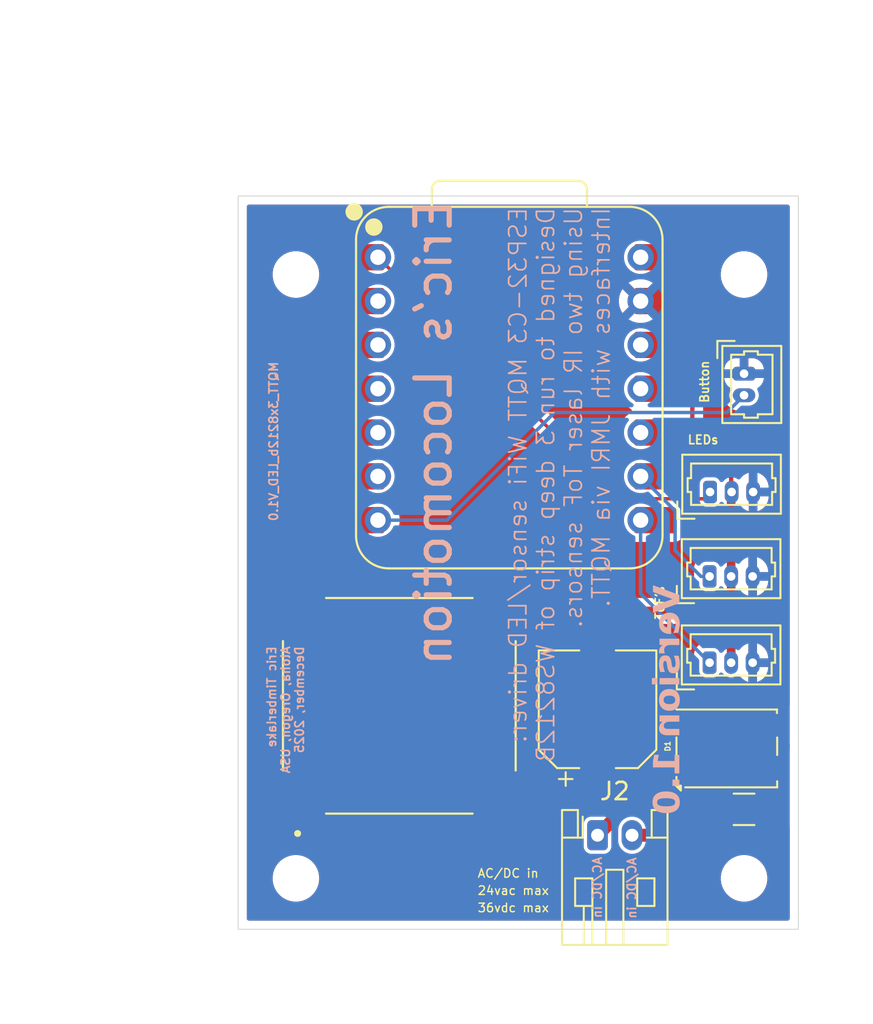
<source format=kicad_pcb>
(kicad_pcb (version 20241229) (generator "pcbnew") (generator_version "9.0")
  (title_block (title "Switch Motor Driver and Direction Sensor") (date "2025-09-07") (rev "3.0"))
  (layers (0 "F.Cu" signal) (2 "B.Cu" signal) (13 "F.Paste" user) (15 "B.Paste" user) (5 "F.SilkS" user "F.Silkscreen") (7 "B.SilkS" user "B.Silkscreen") (1 "F.Mask" user) (3 "B.Mask" user) (25 "Edge.Cuts" user))
  (net 0 "")
  (net 1 "GND")
  (net 2 "+5V")
  (net 3 "LED data")
  (net 4 "AC1")
  (net 5 "RAWDC")
  (net 6 "PAC1")
  (net 7 "AC2")
  (net 8 "3.3v")
  (net 22 "Net-(J5-Pin_2)")
  (net 23 "TOF1")
  (net 25 "TOF2")
  (footprint "Connector_Molex:Molex_PicoBlade_53047-0310_1x03_P1.25mm_Vertical" (layer "F.Cu") (at 186.5 70.5)
    (property "Reference" "J3" (hide yes))
    (property "Value" "Conn_01x03" (hide yes))
    (fp_line (start -1.9 1.55) (end -1.9 0.55) (stroke (width 0.12)) (layer "F.SilkS"))
    (fp_line (start -1.9 1.55) (end -0.9 1.55) (stroke (width 0.12)) (layer "F.SilkS"))
    (fp_line (start -1.61 -2.16) (end -1.61 1.26) (stroke (width 0.12)) (layer "F.SilkS"))
    (fp_line (start -1.61 1.26) (end 4.11 1.26) (stroke (width 0.12)) (layer "F.SilkS"))
    (fp_line (start -1.3 -0.8) (end -1.1 -0.8) (stroke (width 0.12)) (layer "F.SilkS"))
    (fp_line (start -1.3 0) (end -1.3 -0.8) (stroke (width 0.12)) (layer "F.SilkS"))
    (fp_line (start -1.1 -1.65) (end 1.25 -1.65) (stroke (width 0.12)) (layer "F.SilkS"))
    (fp_line (start -1.1 -0.8) (end -1.1 -1.65) (stroke (width 0.12)) (layer "F.SilkS"))
    (fp_line (start -1.1 0) (end -1.3 0) (stroke (width 0.12)) (layer "F.SilkS"))
    (fp_line (start -1.1 0.75) (end -1.1 0) (stroke (width 0.12)) (layer "F.SilkS"))
    (fp_line (start 1.25 0.75) (end -1.1 0.75) (stroke (width 0.12)) (layer "F.SilkS"))
    (fp_line (start 1.25 0.75) (end 3.6 0.75) (stroke (width 0.12)) (layer "F.SilkS"))
    (fp_line (start 3.6 -1.65) (end 1.25 -1.65) (stroke (width 0.12)) (layer "F.SilkS"))
    (fp_line (start 3.6 -0.8) (end 3.6 -1.65) (stroke (width 0.12)) (layer "F.SilkS"))
    (fp_line (start 3.6 0) (end 3.8 0) (stroke (width 0.12)) (layer "F.SilkS"))
    (fp_line (start 3.6 0.75) (end 3.6 0) (stroke (width 0.12)) (layer "F.SilkS"))
    (fp_line (start 3.8 -0.8) (end 3.6 -0.8) (stroke (width 0.12)) (layer "F.SilkS"))
    (fp_line (start 3.8 0) (end 3.8 -0.8) (stroke (width 0.12)) (layer "F.SilkS"))
    (fp_line (start 4.11 -2.16) (end -1.61 -2.16) (stroke (width 0.12)) (layer "F.SilkS"))
    (fp_line (start 4.11 1.26) (end 4.11 -2.16) (stroke (width 0.12)) (layer "F.SilkS"))
    (pad "1" thru_hole roundrect (at 0 0) (size 0.8 1.3) (drill 0.5) (layers "*.Cu" "*.Mask") (net 25 "TOF2"))
    (pad "2" thru_hole oval (at 1.25 0) (size 0.8 1.3) (drill 0.5) (layers "*.Cu" "*.Mask") (net 2 "+5V"))
    (pad "3" thru_hole oval (at 2.5 0) (size 0.8 1.3) (drill 0.5) (layers "*.Cu" "*.Mask") (net 1 "GND"))
  )
  (footprint "Connector_Molex:Molex_PicoBlade_53047-0210_1x02_P1.25mm_Vertical" (layer "F.Cu") (at 188.5 58.75 -90)
    (property "Reference" "J5" (hide yes))
    (property "Value" "Conn_01x02" (hide yes))
    (fp_line (start -1.9 1.55) (end -0.9 1.55) (stroke (width 0.12)) (layer "F.SilkS"))
    (fp_line (start -1.9 1.55) (end -1.9 0.55) (stroke (width 0.12)) (layer "F.SilkS"))
    (fp_line (start -1.61 1.26) (end 2.86 1.26) (stroke (width 0.12)) (layer "F.SilkS"))
    (fp_line (start 2.86 1.26) (end 2.86 -2.16) (stroke (width 0.12)) (layer "F.SilkS"))
    (fp_line (start -1.1 0.75) (end -1.1 0) (stroke (width 0.12)) (layer "F.SilkS"))
    (fp_line (start 0.625 0.75) (end -1.1 0.75) (stroke (width 0.12)) (layer "F.SilkS"))
    (fp_line (start 0.625 0.75) (end 2.35 0.75) (stroke (width 0.12)) (layer "F.SilkS"))
    (fp_line (start 2.35 0.75) (end 2.35 0) (stroke (width 0.12)) (layer "F.SilkS"))
    (fp_line (start -1.3 0) (end -1.3 -0.8) (stroke (width 0.12)) (layer "F.SilkS"))
    (fp_line (start -1.1 0) (end -1.3 0) (stroke (width 0.12)) (layer "F.SilkS"))
    (fp_line (start 2.35 0) (end 2.55 0) (stroke (width 0.12)) (layer "F.SilkS"))
    (fp_line (start 2.55 0) (end 2.55 -0.8) (stroke (width 0.12)) (layer "F.SilkS"))
    (fp_line (start -1.3 -0.8) (end -1.1 -0.8) (stroke (width 0.12)) (layer "F.SilkS"))
    (fp_line (start -1.1 -0.8) (end -1.1 -1.65) (stroke (width 0.12)) (layer "F.SilkS"))
    (fp_line (start 2.35 -0.8) (end 2.35 -1.65) (stroke (width 0.12)) (layer "F.SilkS"))
    (fp_line (start 2.55 -0.8) (end 2.35 -0.8) (stroke (width 0.12)) (layer "F.SilkS"))
    (fp_line (start -1.1 -1.65) (end 0.625 -1.65) (stroke (width 0.12)) (layer "F.SilkS"))
    (fp_line (start 2.35 -1.65) (end 0.625 -1.65) (stroke (width 0.12)) (layer "F.SilkS"))
    (fp_line (start -1.61 -2.16) (end -1.61 1.26) (stroke (width 0.12)) (layer "F.SilkS"))
    (fp_line (start 2.86 -2.16) (end -1.61 -2.16) (stroke (width 0.12)) (layer "F.SilkS"))
    (pad "1" thru_hole roundrect (at 0 0 270) (size 0.8 1.3) (drill 0.5) (layers "*.Cu" "*.Mask") (net 1 "GND"))
    (pad "2" thru_hole oval (at 1.25 0 270) (size 0.8 1.3) (drill 0.5) (layers "*.Cu" "*.Mask") (net 22 "Net-(J5-Pin_2)"))
  )
  (footprint "Fuse:Fuse_1206_3216Metric" (layer "F.Cu") (at 188.5 84 180)
    (property "Reference" "F2" (hide yes))
    (property "Value" "250 ma poly fuse" (hide yes))
    (fp_line (start -0.602064 0.91) (end 0.602064 0.91) (stroke (width 0.12)) (layer "F.SilkS"))
    (fp_line (start -0.602064 -0.91) (end 0.602064 -0.91) (stroke (width 0.12)) (layer "F.SilkS"))
    (pad "1" smd roundrect (at -1.4 0 180) (size 1.25 1.75) (layers "F.Cu" "F.Mask" "F.Paste") (roundrect_rratio 0.2) (net 6 "PAC1"))
    (pad "2" smd roundrect (at 1.4 0 180) (size 1.25 1.75) (layers "F.Cu" "F.Mask" "F.Paste") (roundrect_rratio 0.2) (net 4 "AC1"))
  )
  (footprint "Capacitor_SMD:CP_Elec_6.3x5.2" (layer "F.Cu") (at 180 78.2 90)
    (property "Reference" "C1" (hide yes))
    (property "Value" "10uf @40v")
    (fp_line (start 3.41 -3.41) (end 3.41 -1.06) (stroke (width 0.12)) (layer "F.SilkS"))
    (fp_line (start -2.345563 -3.41) (end 3.41 -3.41) (stroke (width 0.12)) (layer "F.SilkS"))
    (fp_line (start -3.41 -2.345563) (end -2.345563 -3.41) (stroke (width 0.12)) (layer "F.SilkS"))
    (fp_line (start -3.41 -2.345563) (end -3.41 -1.06) (stroke (width 0.12)) (layer "F.SilkS"))
    (fp_line (start -4.04375 -2.24125) (end -4.04375 -1.45375) (stroke (width 0.12)) (layer "F.SilkS"))
    (fp_line (start -4.4375 -1.8475) (end -3.65 -1.8475) (stroke (width 0.12)) (layer "F.SilkS"))
    (fp_line (start -3.41 2.345563) (end -3.41 1.06) (stroke (width 0.12)) (layer "F.SilkS"))
    (fp_line (start -3.41 2.345563) (end -2.345563 3.41) (stroke (width 0.12)) (layer "F.SilkS"))
    (fp_line (start 3.41 3.41) (end 3.41 1.06) (stroke (width 0.12)) (layer "F.SilkS"))
    (fp_line (start -2.345563 3.41) (end 3.41 3.41) (stroke (width 0.12)) (layer "F.SilkS"))
    (pad "1" smd roundrect (at -2.8 0 90) (size 3.5 1.6) (layers "F.Cu" "F.Mask" "F.Paste") (roundrect_rratio 0.15625) (net 5 "RAWDC"))
    (pad "2" smd roundrect (at 2.8 0 90) (size 3.5 1.6) (layers "F.Cu" "F.Mask" "F.Paste") (roundrect_rratio 0.15625) (net 1 "GND"))
  )
  (footprint "PXO7805B_500_M_TR:VREG_PXO7805B-500-M-TR" (layer "F.Cu") (at 168.5 78 90)
    (property "Reference" "PS1" (hide yes))
    (property "Value" "PXO7805B-500-M-TR")
    (fp_line (start -3.75 -6.75) (end 3.75 -6.75) (stroke (width 0.127)) (layer "F.SilkS"))
    (fp_line (start 6.25 -4.25) (end 6.25 4.25) (stroke (width 0.127)) (layer "F.SilkS"))
    (fp_line (start -6.25 -4.25) (end -6.25 4.25) (stroke (width 0.127)) (layer "F.SilkS"))
    (fp_line (start -3.75 6.75) (end 3.75 6.75) (stroke (width 0.127)) (layer "F.SilkS"))
    (fp_circle (center -7.4 -5.9) (end -7.3 -5.9) (stroke (width 0.2)) (fill no) (layer "F.SilkS"))
    (pad "1" smd rect (at -5.5 -6 90) (size 2.5 2.5) (layers "F.Cu" "F.Mask" "F.Paste") (net 5 "RAWDC"))
    (pad "2" smd rect (at 5.5 -6 90) (size 2.5 2.5) (layers "F.Cu" "F.Mask" "F.Paste") (net 1 "GND"))
    (pad "3" smd rect (at 5.5 6 90) (size 2.5 2.5) (layers "F.Cu" "F.Mask" "F.Paste") (net 2 "+5V"))
    (pad "4" smd rect (at -5.5 6 90) (size 2.5 2.5) (layers "F.Cu" "F.Mask" "F.Paste"))
  )
  (footprint "Diode_SMD:Diode_Bridge_Bourns_-CD-HD0x" (layer "F.Cu") (at 190.675 78.5645 90)
    (property "Reference" "D1" (at -1.778 -6.604 90) (layer "F.SilkS") (effects (font (size 0.3 0.3) (thickness 0.075) (bold yes))))
    (property "Value" "CD-HD01" (hide yes))
    (fp_line (start 0.350097 -6.096) (end 0.350097 -0.254) (stroke (width 0.12)) (layer "F.SilkS"))
    (fp_line (start -2.286 -6.096) (end -1.27 -6.096) (stroke (width 0.12)) (layer "F.SilkS"))
    (fp_line (start -3.81 -6.096) (end -3.556 -6.096) (stroke (width 0.12)) (layer "F.SilkS"))
    (fp_line (start -4.16 -5.588) (end -4.16 -0.254) (stroke (width 0.12)) (layer "F.SilkS"))
    (fp_line (start 0.144204 -0.267175) (end 0.357233 -0.267175) (stroke (width 0.12)) (layer "F.SilkS"))
    (fp_line (start -2.286 -0.254) (end -1.27 -0.254) (stroke (width 0.12)) (layer "F.SilkS"))
    (fp_line (start -4.16 -0.254) (end -3.81 -0.254) (stroke (width 0.12)) (layer "F.SilkS"))
    (fp_poly (pts (xy -4.064 -5.842) (xy -4.344 -5.842) (xy -4.064 -6.122) (xy -4.064 -5.842)) (stroke (width 0.12)) (fill yes) (layer "F.SilkS"))
    (pad "1" smd rect (at -3.048 -6.096 90) (size 1 1.2) (layers "F.Cu" "F.Mask" "F.Paste") (net 5 "RAWDC"))
    (pad "2" smd rect (at -0.508 -6.096 90) (size 1 1.2) (layers "F.Cu" "F.Mask" "F.Paste") (net 1 "GND"))
    (pad "3" smd rect (at -0.508 -0.254 90) (size 1 1.2) (layers "F.Cu" "F.Mask" "F.Paste") (net 7 "AC2"))
    (pad "4" smd rect (at -3.028 -0.254 90) (size 1 1.2) (layers "F.Cu" "F.Mask" "F.Paste") (net 6 "PAC1"))
  )
  (footprint "MountingHole:MountingHole_2.2mm_M2" (layer "F.Cu") (at 188.5 88)
    (property "Reference" "H3" (hide yes))
    (property "Value" "MountingHole" (hide yes))
    (pad "" np_thru_hole circle (at 0 0) (size 2.2 2.2) (drill 2.2) (layers "*.Cu" "*.Mask"))
  )
  (footprint "Connector_JST:JST_PH_S2B-PH-K_1x02_P2.00mm_Horizontal" (layer "F.Cu") (at 180 85.5)
    (property "Reference" "J2" (at 1 -2.55 0) (layer "F.SilkS"))
    (property "Value" "Conn_01x02_Socket" (hide yes))
    (fp_line (start -2.06 -1.46) (end -2.06 6.36) (stroke (width 0.12)) (layer "F.SilkS"))
    (fp_line (start -2.06 0.14) (end -1.14 0.14) (stroke (width 0.12)) (layer "F.SilkS"))
    (fp_line (start -2.06 6.36) (end 4.06 6.36) (stroke (width 0.12)) (layer "F.SilkS"))
    (fp_line (start -1.3 2.5) (end -1.3 4.1) (stroke (width 0.12)) (layer "F.SilkS"))
    (fp_line (start -1.3 4.1) (end -0.3 4.1) (stroke (width 0.12)) (layer "F.SilkS"))
    (fp_line (start -1.14 -1.46) (end -2.06 -1.46) (stroke (width 0.12)) (layer "F.SilkS"))
    (fp_line (start -1.14 0.14) (end -1.14 -1.46) (stroke (width 0.12)) (layer "F.SilkS"))
    (fp_line (start -0.86 0.14) (end -1.14 0.14) (stroke (width 0.12)) (layer "F.SilkS"))
    (fp_line (start -0.86 0.14) (end -0.86 -1.075) (stroke (width 0.12)) (layer "F.SilkS"))
    (fp_line (start -0.8 4.1) (end -0.8 6.36) (stroke (width 0.12)) (layer "F.SilkS"))
    (fp_line (start -0.3 2.5) (end -1.3 2.5) (stroke (width 0.12)) (layer "F.SilkS"))
    (fp_line (start -0.3 4.1) (end -0.3 2.5) (stroke (width 0.12)) (layer "F.SilkS"))
    (fp_line (start -0.3 4.1) (end -0.3 6.36) (stroke (width 0.12)) (layer "F.SilkS"))
    (fp_line (start 0.5 2) (end 1.5 2) (stroke (width 0.12)) (layer "F.SilkS"))
    (fp_line (start 0.5 6.36) (end 0.5 2) (stroke (width 0.12)) (layer "F.SilkS"))
    (fp_line (start 1.5 2) (end 1.5 6.36) (stroke (width 0.12)) (layer "F.SilkS"))
    (fp_line (start 2.3 2.5) (end 3.3 2.5) (stroke (width 0.12)) (layer "F.SilkS"))
    (fp_line (start 2.3 4.1) (end 2.3 2.5) (stroke (width 0.12)) (layer "F.SilkS"))
    (fp_line (start 3.14 -1.46) (end 3.14 0.14) (stroke (width 0.12)) (layer "F.SilkS"))
    (fp_line (start 3.14 0.14) (end 2.86 0.14) (stroke (width 0.12)) (layer "F.SilkS"))
    (fp_line (start 3.3 2.5) (end 3.3 4.1) (stroke (width 0.12)) (layer "F.SilkS"))
    (fp_line (start 3.3 4.1) (end 2.3 4.1) (stroke (width 0.12)) (layer "F.SilkS"))
    (fp_line (start 4.06 -1.46) (end 3.14 -1.46) (stroke (width 0.12)) (layer "F.SilkS"))
    (fp_line (start 4.06 0.14) (end 3.14 0.14) (stroke (width 0.12)) (layer "F.SilkS"))
    (fp_line (start 4.06 6.36) (end 4.06 -1.46) (stroke (width 0.12)) (layer "F.SilkS"))
    (pad "1" thru_hole roundrect (at 0 0) (size 1.2 1.75) (drill 0.75) (layers "*.Cu" "*.Mask") (roundrect_rratio 0.208333) (net 7 "AC2"))
    (pad "2" thru_hole oval (at 2 0) (size 1.2 1.75) (drill 0.75) (layers "*.Cu" "*.Mask") (net 4 "AC1"))
  )
  (footprint "Connector_Molex:Molex_PicoBlade_53047-0310_1x03_P1.25mm_Vertical" (layer "F.Cu") (at 186.526862 65.605109)
    (property "Reference" "J4" (hide yes))
    (property "Value" "Conn_01x03" (hide yes))
    (fp_line (start -1.9 1.55) (end -1.9 0.55) (stroke (width 0.12)) (layer "F.SilkS"))
    (fp_line (start -1.9 1.55) (end -0.9 1.55) (stroke (width 0.12)) (layer "F.SilkS"))
    (fp_line (start -1.61 -2.16) (end -1.61 1.26) (stroke (width 0.12)) (layer "F.SilkS"))
    (fp_line (start -1.61 1.26) (end 4.11 1.26) (stroke (width 0.12)) (layer "F.SilkS"))
    (fp_line (start -1.3 -0.8) (end -1.1 -0.8) (stroke (width 0.12)) (layer "F.SilkS"))
    (fp_line (start -1.3 0) (end -1.3 -0.8) (stroke (width 0.12)) (layer "F.SilkS"))
    (fp_line (start -1.1 -1.65) (end 1.25 -1.65) (stroke (width 0.12)) (layer "F.SilkS"))
    (fp_line (start -1.1 -0.8) (end -1.1 -1.65) (stroke (width 0.12)) (layer "F.SilkS"))
    (fp_line (start -1.1 0) (end -1.3 0) (stroke (width 0.12)) (layer "F.SilkS"))
    (fp_line (start -1.1 0.75) (end -1.1 0) (stroke (width 0.12)) (layer "F.SilkS"))
    (fp_line (start 1.25 0.75) (end -1.1 0.75) (stroke (width 0.12)) (layer "F.SilkS"))
    (fp_line (start 1.25 0.75) (end 3.6 0.75) (stroke (width 0.12)) (layer "F.SilkS"))
    (fp_line (start 3.6 -1.65) (end 1.25 -1.65) (stroke (width 0.12)) (layer "F.SilkS"))
    (fp_line (start 3.6 -0.8) (end 3.6 -1.65) (stroke (width 0.12)) (layer "F.SilkS"))
    (fp_line (start 3.6 0) (end 3.8 0) (stroke (width 0.12)) (layer "F.SilkS"))
    (fp_line (start 3.6 0.75) (end 3.6 0) (stroke (width 0.12)) (layer "F.SilkS"))
    (fp_line (start 3.8 -0.8) (end 3.6 -0.8) (stroke (width 0.12)) (layer "F.SilkS"))
    (fp_line (start 3.8 0) (end 3.8 -0.8) (stroke (width 0.12)) (layer "F.SilkS"))
    (fp_line (start 4.11 -2.16) (end -1.61 -2.16) (stroke (width 0.12)) (layer "F.SilkS"))
    (fp_line (start 4.11 1.26) (end 4.11 -2.16) (stroke (width 0.12)) (layer "F.SilkS"))
    (pad "1" thru_hole roundrect (at 0 0) (size 0.8 1.3) (drill 0.5) (layers "*.Cu" "*.Mask") (net 3 "LED data"))
    (pad "2" thru_hole oval (at 1.25 0) (size 0.8 1.3) (drill 0.5) (layers "*.Cu" "*.Mask") (net 2 "+5V"))
    (pad "3" thru_hole oval (at 2.5 0) (size 0.8 1.3) (drill 0.5) (layers "*.Cu" "*.Mask") (net 1 "GND"))
  )
  (footprint "MountingHole:MountingHole_2.2mm_M2" (layer "F.Cu") (at 162.5 53)
    (property "Reference" "H1" (hide yes))
    (property "Value" "MountingHole" (hide yes))
    (pad "" np_thru_hole circle (at 0 0) (size 2.2 2.2) (drill 2.2) (layers "*.Cu" "*.Mask"))
  )
  (footprint "Connector_Molex:Molex_PicoBlade_53047-0310_1x03_P1.25mm_Vertical" (layer "F.Cu") (at 186.5 75.5)
    (property "Reference" "J1" (hide yes))
    (property "Value" "Conn_01x03" (hide yes))
    (fp_line (start -1.9 1.55) (end -1.9 0.55) (stroke (width 0.12)) (layer "F.SilkS"))
    (fp_line (start -1.9 1.55) (end -0.9 1.55) (stroke (width 0.12)) (layer "F.SilkS"))
    (fp_line (start -1.61 -2.16) (end -1.61 1.26) (stroke (width 0.12)) (layer "F.SilkS"))
    (fp_line (start -1.61 1.26) (end 4.11 1.26) (stroke (width 0.12)) (layer "F.SilkS"))
    (fp_line (start -1.3 -0.8) (end -1.1 -0.8) (stroke (width 0.12)) (layer "F.SilkS"))
    (fp_line (start -1.3 0) (end -1.3 -0.8) (stroke (width 0.12)) (layer "F.SilkS"))
    (fp_line (start -1.1 -1.65) (end 1.25 -1.65) (stroke (width 0.12)) (layer "F.SilkS"))
    (fp_line (start -1.1 -0.8) (end -1.1 -1.65) (stroke (width 0.12)) (layer "F.SilkS"))
    (fp_line (start -1.1 0) (end -1.3 0) (stroke (width 0.12)) (layer "F.SilkS"))
    (fp_line (start -1.1 0.75) (end -1.1 0) (stroke (width 0.12)) (layer "F.SilkS"))
    (fp_line (start 1.25 0.75) (end -1.1 0.75) (stroke (width 0.12)) (layer "F.SilkS"))
    (fp_line (start 1.25 0.75) (end 3.6 0.75) (stroke (width 0.12)) (layer "F.SilkS"))
    (fp_line (start 3.6 -1.65) (end 1.25 -1.65) (stroke (width 0.12)) (layer "F.SilkS"))
    (fp_line (start 3.6 -0.8) (end 3.6 -1.65) (stroke (width 0.12)) (layer "F.SilkS"))
    (fp_line (start 3.6 0) (end 3.8 0) (stroke (width 0.12)) (layer "F.SilkS"))
    (fp_line (start 3.6 0.75) (end 3.6 0) (stroke (width 0.12)) (layer "F.SilkS"))
    (fp_line (start 3.8 -0.8) (end 3.6 -0.8) (stroke (width 0.12)) (layer "F.SilkS"))
    (fp_line (start 3.8 0) (end 3.8 -0.8) (stroke (width 0.12)) (layer "F.SilkS"))
    (fp_line (start 4.11 -2.16) (end -1.61 -2.16) (stroke (width 0.12)) (layer "F.SilkS"))
    (fp_line (start 4.11 1.26) (end 4.11 -2.16) (stroke (width 0.12)) (layer "F.SilkS"))
    (pad "1" thru_hole roundrect (at 0 0) (size 0.8 1.3) (drill 0.5) (layers "*.Cu" "*.Mask") (net 23 "TOF1"))
    (pad "2" thru_hole oval (at 1.25 0) (size 0.8 1.3) (drill 0.5) (layers "*.Cu" "*.Mask") (net 2 "+5V"))
    (pad "3" thru_hole oval (at 2.5 0) (size 0.8 1.3) (drill 0.5) (layers "*.Cu" "*.Mask") (net 1 "GND"))
  )
  (footprint "MountingHole:MountingHole_2.2mm_M2" (layer "F.Cu") (at 188.5 53)
    (property "Reference" "H2" (hide yes))
    (property "Value" "MountingHole" (hide yes))
    (pad "" np_thru_hole circle (at 0 0) (size 2.2 2.2) (drill 2.2) (layers "*.Cu" "*.Mask"))
  )
  (footprint "Seeed Studio XIAO Series Library:XIAO-ESP32C3-DIP" (layer "F.Cu") (at 175 59.62)
    (property "Reference" "U3" (hide yes))
    (property "Value" "XIAO-ESP32-C3-DIP")
    (fp_line (start -9.01 8.509) (end -9.01 -8.636) (stroke (width 0.127)) (layer "F.SilkS"))
    (fp_line (start -7.105 10.414) (end 6.865 10.414) (stroke (width 0.127)) (layer "F.SilkS"))
    (fp_line (start -4.615 -10.541) (end -4.611272 -11.551272) (stroke (width 0.127)) (layer "F.SilkS"))
    (fp_line (start -4.111272 -12.051) (end 3.884 -12.051) (stroke (width 0.127)) (layer "F.SilkS"))
    (fp_line (start 4.384 -11.551) (end 4.384 -10.541) (stroke (width 0.127)) (layer "F.SilkS"))
    (fp_line (start 6.865 -10.541) (end -7.105 -10.541) (stroke (width 0.1)) (layer "F.SilkS"))
    (fp_line (start 6.865 -10.541) (end -7.105 -10.541) (stroke (width 0.127)) (layer "F.SilkS"))
    (fp_line (start 8.77 8.509) (end 8.77 -8.636) (stroke (width 0.127)) (layer "F.SilkS"))
    (fp_arc (start -9.01 -8.636) (mid -8.452038 -9.983038) (end -7.105 -10.541) (stroke (width 0.127)) (layer "F.SilkS"))
    (fp_arc (start -7.105 10.414) (mid -8.452038 9.856038) (end -9.01 8.509) (stroke (width 0.127)) (layer "F.SilkS"))
    (fp_arc (start -4.611272 -11.551272) (mid -4.464728 -11.90464) (end -4.111272 -12.051) (stroke (width 0.127)) (layer "F.SilkS"))
    (fp_arc (start 3.884 -12.051) (mid 4.237553 -11.904553) (end 4.384 -11.551) (stroke (width 0.127)) (layer "F.SilkS"))
    (fp_arc (start 6.865 -10.541) (mid 8.212038 -9.983038) (end 8.77 -8.636) (stroke (width 0.127)) (layer "F.SilkS"))
    (fp_arc (start 8.77 8.509) (mid 8.212038 9.856038) (end 6.865 10.414) (stroke (width 0.127)) (layer "F.SilkS"))
    (fp_circle (center -9.12 -10.25) (end -9.12 -10.504) (stroke (width 0.5)) (fill yes) (layer "F.SilkS"))
    (fp_circle (center -7.977 -9.37) (end -7.977 -9.624) (stroke (width 0.5)) (fill yes) (layer "F.SilkS"))
    (pad "1" smd roundrect (at -8.575 -7.62 180) (size 2.432 1.524) (layers "F.Cu" "F.Mask") (roundrect_rratio 0.1) (net 3 "LED data"))
    (pad "1" thru_hole circle (at -7.74 -7.62 180) (size 1.524 1.524) (drill 0.889) (layers "*.Cu" "*.Mask") (net 3 "LED data"))
    (pad "2" smd roundrect (at -8.575 -5.08 180) (size 2.432 1.524) (layers "F.Cu" "F.Mask") (roundrect_rratio 0.1))
    (pad "2" thru_hole circle (at -7.74 -5.08 180) (size 1.524 1.524) (drill 0.889) (layers "*.Cu" "*.Mask"))
    (pad "3" smd roundrect (at -8.575 -2.54 180) (size 2.432 1.524) (layers "F.Cu" "F.Mask") (roundrect_rratio 0.1))
    (pad "3" thru_hole circle (at -7.74 -2.54 180) (size 1.524 1.524) (drill 0.889) (layers "*.Cu" "*.Mask"))
    (pad "4" smd roundrect (at -8.575 0 180) (size 2.432 1.524) (layers "F.Cu" "F.Mask") (roundrect_rratio 0.1))
    (pad "4" thru_hole circle (at -7.74 0 180) (size 1.524 1.524) (drill 0.889) (layers "*.Cu" "*.Mask"))
    (pad "5" smd roundrect (at -8.575 2.54 180) (size 2.432 1.524) (layers "F.Cu" "F.Mask") (roundrect_rratio 0.1))
    (pad "5" thru_hole circle (at -7.74 2.54 180) (size 1.524 1.524) (drill 0.889) (layers "*.Cu" "*.Mask"))
    (pad "6" smd roundrect (at -8.575 5.08 180) (size 2.432 1.524) (layers "F.Cu" "F.Mask") (roundrect_rratio 0.1))
    (pad "6" thru_hole circle (at -7.74 5.08 180) (size 1.524 1.524) (drill 0.889) (layers "*.Cu" "*.Mask"))
    (pad "7" smd roundrect (at -8.575 7.62 180) (size 2.432 1.524) (layers "F.Cu" "F.Mask") (roundrect_rratio 0.1) (net 22 "Net-(J5-Pin_2)"))
    (pad "7" thru_hole circle (at -7.74 7.62 180) (size 1.524 1.524) (drill 0.889) (layers "*.Cu" "*.Mask") (net 22 "Net-(J5-Pin_2)"))
    (pad "8" thru_hole circle (at 7.5 7.62) (size 1.524 1.524) (drill 0.889) (layers "*.Cu" "*.Mask") (net 23 "TOF1"))
    (pad "8" smd roundrect (at 8.335 7.62) (size 2.432 1.524) (layers "F.Cu" "F.Mask") (roundrect_rratio 0.1) (net 23 "TOF1"))
    (pad "9" thru_hole circle (at 7.5 5.08) (size 1.524 1.524) (drill 0.889) (layers "*.Cu" "*.Mask") (net 25 "TOF2"))
    (pad "9" smd roundrect (at 8.335 5.08) (size 2.432 1.524) (layers "F.Cu" "F.Mask") (roundrect_rratio 0.1) (net 25 "TOF2"))
    (pad "10" thru_hole circle (at 7.5 2.54) (size 1.524 1.524) (drill 0.889) (layers "*.Cu" "*.Mask"))
    (pad "10" smd roundrect (at 8.335 2.54) (size 2.432 1.524) (layers "F.Cu" "F.Mask") (roundrect_rratio 0.1))
    (pad "11" thru_hole circle (at 7.5 0) (size 1.524 1.524) (drill 0.889) (layers "*.Cu" "*.Mask"))
    (pad "11" smd roundrect (at 8.335 0) (size 2.432 1.524) (layers "F.Cu" "F.Mask") (roundrect_rratio 0.1))
    (pad "12" thru_hole circle (at 7.5 -2.54) (size 1.524 1.524) (drill 0.889) (layers "*.Cu" "*.Mask") (net 8 "3.3v"))
    (pad "12" smd roundrect (at 8.335 -2.54) (size 2.432 1.524) (layers "F.Cu" "F.Mask") (roundrect_rratio 0.1) (net 8 "3.3v"))
    (pad "13" thru_hole circle (at 7.5 -5.08) (size 1.524 1.524) (drill 0.889) (layers "*.Cu" "*.Mask") (net 1 "GND"))
    (pad "13" smd roundrect (at 8.335 -5.08) (size 2.432 1.524) (layers "F.Cu" "F.Mask") (roundrect_rratio 0.1) (net 1 "GND"))
    (pad "14" thru_hole circle (at 7.5 -7.62) (size 1.524 1.524) (drill 0.889) (layers "*.Cu" "*.Mask") (net 2 "+5V"))
    (pad "14" smd roundrect (at 8.335 -7.62) (size 2.432 1.524) (layers "F.Cu" "F.Mask") (roundrect_rratio 0.1) (net 2 "+5V"))
  )
  (footprint "MountingHole:MountingHole_2.2mm_M2" (layer "F.Cu") (at 162.5 88)
    (property "Reference" "H4" (hide yes))
    (property "Value" "MountingHole" (hide yes))
    (pad "" np_thru_hole circle (at 0 0) (size 2.2 2.2) (drill 2.2) (layers "*.Cu" "*.Mask"))
  )
  (gr_rect (start 159.15 48.45) (end 191.65 90.95) (stroke (width 0.05)) (fill no) (layer "Edge.Cuts"))
  (gr_text "LEDs" (at 185.175061 62.87409 0) (layer "F.SilkS") (effects (font (size 0.5 0.5) (thickness 0.1)) (justify left bottom)))
  (gr_text "ToF's" (at 183.906752 73.035989 90) (layer "F.SilkS") (effects (font (size 0.5 0.5) (thickness 0.1)) (justify left bottom)))
  (gr_text "AC/DC in" (at 173 88 0) (layer "F.SilkS") (effects (font (size 0.5 0.5) (thickness 0.08)) (justify left bottom)))
  (gr_text "			" (at 179.15 96.45 90) (layer "F.SilkS") (effects (font (size 1.5 1.5) (thickness 0.2)) (justify left bottom)))
  (gr_text "24vac max" (at 173 89 0) (layer "F.SilkS") (effects (font (size 0.5 0.5) (thickness 0.08)) (justify left bottom)))
  (gr_text "36vdc max" (at 173 90 0) (layer "F.SilkS") (effects (font (size 0.5 0.5) (thickness 0.08)) (justify left bottom)))
  (gr_text "Button\n" (at 186.5 60.5 90) (layer "F.SilkS") (effects (font (size 0.5 0.5) (thickness 0.1)) (justify left bottom)))
  (gr_text "Eric's Locomotion" (at 171.653701 48.512703 90) (layer "B.SilkS") (effects (font (size 2 2) (thickness 0.3)) (justify left bottom mirror)))
  (gr_text "AC/DC in" (at 182.284491 86.733615 90) (layer "B.SilkS") (effects (font (size 0.5 0.5) (thickness 0.1)) (justify left bottom mirror)))
  (gr_text "Version 1.0" (at 185 71 90) (layer "B.SilkS") (effects (font (size 1.5 1.5) (thickness 0.375) (bold yes)) (justify left bottom mirror)))
  (gr_text "Eric Timberlake\nAloha, Oregon, USA\nDecember, 2025" (at 163 74.5 90) (layer "B.SilkS") (effects (font (size 0.5 0.5) (thickness 0.1)) (justify left bottom mirror)))
  (gr_text "AC/DC in" (at 180.280551 86.704573 90) (layer "B.SilkS") (effects (font (size 0.5 0.5) (thickness 0.1)) (justify left bottom mirror)))
  (gr_text "ESP32-C3 MQTT WiFi sensor/LED driver:\nDesigned to run 3 deep strip of WS8212B\nUsing two IR laser ToF sensors.\nInterfaces with JMRI via MQTT." (at 180.798629 49.038274 90) (layer "B.SilkS") (effects (font (size 1 1) (thickness 0.1)) (justify left bottom mirror)))
  (gr_text "MQTT_3x8212b_LED_V1.0" (at 161.5 58 90) (layer "B.SilkS") (effects (font (size 0.5 0.5) (thickness 0.1)) (justify left bottom mirror)))
  (segment (start 187.752298 64.752298) (end 185.5 62.5) (width 0.25) (layer "F.Cu") (net 2))
  (segment (start 187.75 70.5) (end 187.75 65.743154) (width 0.5) (layer "F.Cu") (net 2))
  (segment (start 185.5 62.5) (end 185.5 54.5) (width 0.25) (layer "F.Cu") (net 2))
  (segment (start 187.75 74.25) (end 187.75 75.5) (width 0.5) (layer "F.Cu") (net 2))
  (segment (start 185.5 54.165) (end 183.335 52) (width 0.25) (layer "F.Cu") (net 2))
  (segment (start 174.5 72.5) (end 186 72.5) (width 0.5) (layer "F.Cu") (net 2))
  (segment (start 187.75 75.5) (end 187.75 70.5) (width 0.5) (layer "F.Cu") (net 2))
  (segment (start 187.75 65.743154) (end 187.752298 65.740856) (width 0.5) (layer "F.Cu") (net 2))
  (segment (start 183.335 52) (end 182.5 52) (width 0.25) (layer "F.Cu") (net 2))
  (segment (start 187.752298 65.740856) (end 187.752298 64.752298) (width 0.25) (layer "F.Cu") (net 2))
  (segment (start 185.5 54.5) (end 185.5 54.165) (width 0.25) (layer "F.Cu") (net 2))
  (segment (start 186 72.5) (end 187.75 74.25) (width 0.5) (layer "F.Cu") (net 2))
  (segment (start 181.26 66) (end 186.243154 66) (width 0.2) (layer "F.Cu") (net 3))
  (segment (start 167.26 52) (end 181.26 66) (width 0.2) (layer "F.Cu") (net 3))
  (segment (start 186.243154 66) (end 186.502298 65.740856) (width 0.2) (layer "F.Cu") (net 3))
  (segment (start 185.6 85.5) (end 187.1 84) (width 0.75) (layer "F.Cu") (net 4))
  (segment (start 182 85.5) (end 185.6 85.5) (width 0.75) (layer "F.Cu") (net 4))
  (segment (start 165 81) (end 162.5 83.5) (width 0.75) (layer "F.Cu") (net 5))
  (segment (start 180 81) (end 165 81) (width 0.75) (layer "F.Cu") (net 5))
  (segment (start 184.579 81.6125) (end 180.6125 81.6125) (width 0.75) (layer "F.Cu") (net 5))
  (segment (start 180.6125 81.6125) (end 180 81) (width 0.75) (layer "F.Cu") (net 5))
  (segment (start 190.274 82.726) (end 190.274 81.5925) (width 0.75) (layer "F.Cu") (net 6))
  (segment (start 189.9 83.1) (end 190.274 82.726) (width 0.75) (layer "F.Cu") (net 6))
  (segment (start 189.9 84) (end 189.9 83.1) (width 0.75) (layer "F.Cu") (net 6))
  (segment (start 189.4275 79.0725) (end 190.274 79.0725) (width 0.75) (layer "F.Cu") (net 7))
  (segment (start 180 85.5) (end 182 83.5) (width 0.75) (layer "F.Cu") (net 7))
  (segment (start 182 83.5) (end 185 83.5) (width 0.75) (layer "F.Cu") (net 7))
  (segment (start 185 83.5) (end 189.4275 79.0725) (width 0.75) (layer "F.Cu") (net 7))
  (segment (start 190.421 79.079) (end 190.421 79.0725) (width 0.75) (layer "F.Cu") (net 7))
  (segment (start 177.5 61) (end 171.26 67.24) (width 0.2) (layer "B.Cu") (net 22))
  (segment (start 171.26 67.24) (end 167.26 67.24) (width 0.2) (layer "B.Cu") (net 22))
  (segment (start 188.5 60) (end 187.5 61) (width 0.2) (layer "B.Cu") (net 22))
  (segment (start 187.5 61) (end 177.5 61) (width 0.2) (layer "B.Cu") (net 22))
  (segment (start 186.5 75.5) (end 182.5 71.5) (width 0.2) (layer "B.Cu") (net 23))
  (segment (start 182.5 71.5) (end 182.5 67.24) (width 0.2) (layer "B.Cu") (net 23))
  (segment (start 184.5 69) (end 184.5 66.7) (width 0.2) (layer "B.Cu") (net 25))
  (segment (start 186.5 70.5) (end 186 70.5) (width 0.2) (layer "B.Cu") (net 25))
  (segment (start 186 70.5) (end 184.5 69) (width 0.2) (layer "B.Cu") (net 25))
  (segment (start 184.5 66.7) (end 182.5 64.7) (width 0.2) (layer "B.Cu") (net 25))
  (zone (net 1) (net_name "GND") (layer "F.Cu") (connect_pads (clearance 0.5)) (min_thickness 0.25) (fill yes (thermal_gap 0.5) (thermal_bridge_width 0.5))
    (polygon (pts (xy 150 47) (xy 196 47) (xy 196 93.5) (xy 150 93.5)))
  )
  (zone (net 1) (net_name "GND") (layer "B.Cu") (connect_pads (clearance 0)) (min_thickness 0.25) (fill yes (thermal_gap 0.5) (thermal_bridge_width 0.5))
    (polygon (pts (xy 151 47) (xy 151 93) (xy 195.5 93) (xy 195.5 47)))
  )
)
</source>
